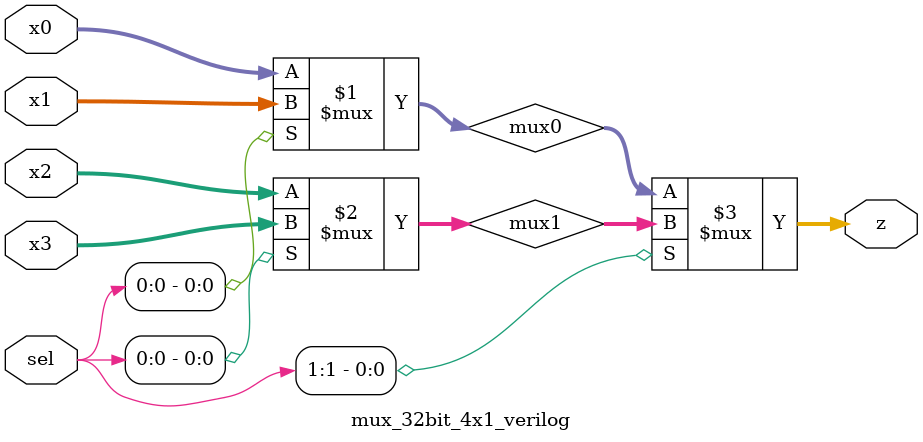
<source format=v>
`timescale 1ns / 1ps
module mux_32bit_4x1_verilog(
    input [31:0] x0,
    input [31:0] x1,
    input [31:0] x2,
    input [31:0] x3,
    input [1:0] sel,
    output [31:0] z
    );
	wire [31:0] mux0, mux1;
	assign mux0 = sel[0] ? x1: x0;
	assign mux1 = sel[0] ? x3: x2;
	assign z = sel[1] ? mux1 : mux0;

endmodule

</source>
